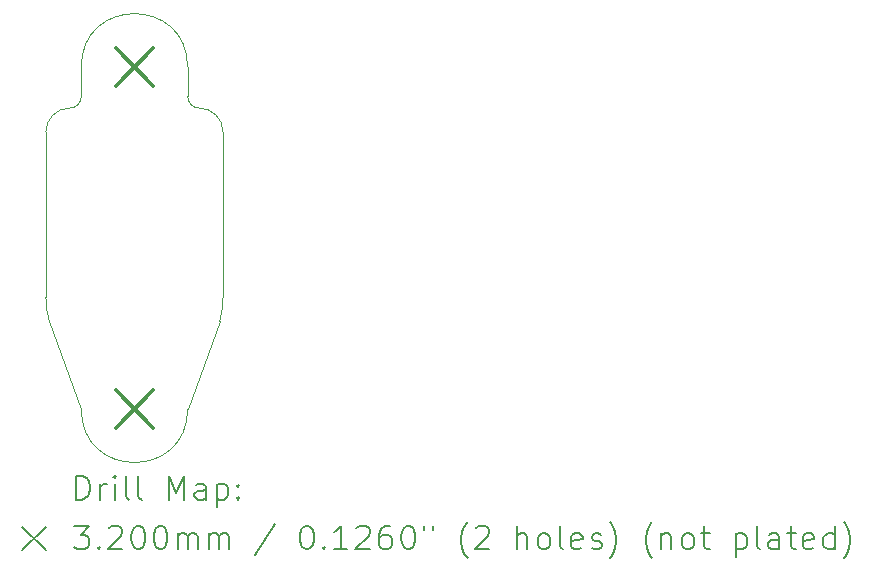
<source format=gbr>
%TF.GenerationSoftware,KiCad,Pcbnew,8.0.2*%
%TF.CreationDate,2025-01-25T00:55:08-07:00*%
%TF.ProjectId,sdm25mlxboard,73646d32-356d-46c7-9862-6f6172642e6b,1*%
%TF.SameCoordinates,Original*%
%TF.FileFunction,Drillmap*%
%TF.FilePolarity,Positive*%
%FSLAX45Y45*%
G04 Gerber Fmt 4.5, Leading zero omitted, Abs format (unit mm)*
G04 Created by KiCad (PCBNEW 8.0.2) date 2025-01-25 00:55:08*
%MOMM*%
%LPD*%
G01*
G04 APERTURE LIST*
%ADD10C,0.050000*%
%ADD11C,0.200000*%
%ADD12C,0.320000*%
G04 APERTURE END LIST*
D10*
X15600000Y-8650000D02*
G75*
G02*
X16500000Y-8650000I450000J0D01*
G01*
X15300000Y-10600000D02*
X15300000Y-9200000D01*
X16771143Y-10806041D02*
X16500000Y-11550000D01*
X16500000Y-8900000D02*
X16500000Y-8650000D01*
X16800000Y-10600000D02*
G75*
G02*
X16771143Y-10806041I-750000J0D01*
G01*
X16600000Y-9000000D02*
G75*
G02*
X16500000Y-8900000I0J100000D01*
G01*
X15328857Y-10806041D02*
X15600000Y-11550000D01*
X16500000Y-11550000D02*
G75*
G02*
X15600000Y-11550000I-450000J0D01*
G01*
X15600000Y-8650000D02*
X15600000Y-8900000D01*
X15600000Y-8900000D02*
G75*
G02*
X15500000Y-9000000I-100000J0D01*
G01*
X16800000Y-10600000D02*
X16800000Y-9200000D01*
X16600000Y-9000000D02*
G75*
G02*
X16800000Y-9200000I0J-200000D01*
G01*
X15328857Y-10806041D02*
G75*
G02*
X15300000Y-10600000I721143J206041D01*
G01*
X15300000Y-9200000D02*
G75*
G02*
X15500000Y-9000000I200000J0D01*
G01*
D11*
D12*
X15890000Y-8490000D02*
X16210000Y-8810000D01*
X16210000Y-8490000D02*
X15890000Y-8810000D01*
X15890000Y-11390000D02*
X16210000Y-11710000D01*
X16210000Y-11390000D02*
X15890000Y-11710000D01*
D11*
X15558277Y-12313984D02*
X15558277Y-12113984D01*
X15558277Y-12113984D02*
X15605896Y-12113984D01*
X15605896Y-12113984D02*
X15634467Y-12123508D01*
X15634467Y-12123508D02*
X15653515Y-12142555D01*
X15653515Y-12142555D02*
X15663039Y-12161603D01*
X15663039Y-12161603D02*
X15672562Y-12199698D01*
X15672562Y-12199698D02*
X15672562Y-12228269D01*
X15672562Y-12228269D02*
X15663039Y-12266365D01*
X15663039Y-12266365D02*
X15653515Y-12285412D01*
X15653515Y-12285412D02*
X15634467Y-12304460D01*
X15634467Y-12304460D02*
X15605896Y-12313984D01*
X15605896Y-12313984D02*
X15558277Y-12313984D01*
X15758277Y-12313984D02*
X15758277Y-12180650D01*
X15758277Y-12218746D02*
X15767801Y-12199698D01*
X15767801Y-12199698D02*
X15777324Y-12190174D01*
X15777324Y-12190174D02*
X15796372Y-12180650D01*
X15796372Y-12180650D02*
X15815420Y-12180650D01*
X15882086Y-12313984D02*
X15882086Y-12180650D01*
X15882086Y-12113984D02*
X15872562Y-12123508D01*
X15872562Y-12123508D02*
X15882086Y-12133031D01*
X15882086Y-12133031D02*
X15891610Y-12123508D01*
X15891610Y-12123508D02*
X15882086Y-12113984D01*
X15882086Y-12113984D02*
X15882086Y-12133031D01*
X16005896Y-12313984D02*
X15986848Y-12304460D01*
X15986848Y-12304460D02*
X15977324Y-12285412D01*
X15977324Y-12285412D02*
X15977324Y-12113984D01*
X16110658Y-12313984D02*
X16091610Y-12304460D01*
X16091610Y-12304460D02*
X16082086Y-12285412D01*
X16082086Y-12285412D02*
X16082086Y-12113984D01*
X16339229Y-12313984D02*
X16339229Y-12113984D01*
X16339229Y-12113984D02*
X16405896Y-12256841D01*
X16405896Y-12256841D02*
X16472562Y-12113984D01*
X16472562Y-12113984D02*
X16472562Y-12313984D01*
X16653515Y-12313984D02*
X16653515Y-12209222D01*
X16653515Y-12209222D02*
X16643991Y-12190174D01*
X16643991Y-12190174D02*
X16624943Y-12180650D01*
X16624943Y-12180650D02*
X16586848Y-12180650D01*
X16586848Y-12180650D02*
X16567801Y-12190174D01*
X16653515Y-12304460D02*
X16634467Y-12313984D01*
X16634467Y-12313984D02*
X16586848Y-12313984D01*
X16586848Y-12313984D02*
X16567801Y-12304460D01*
X16567801Y-12304460D02*
X16558277Y-12285412D01*
X16558277Y-12285412D02*
X16558277Y-12266365D01*
X16558277Y-12266365D02*
X16567801Y-12247317D01*
X16567801Y-12247317D02*
X16586848Y-12237793D01*
X16586848Y-12237793D02*
X16634467Y-12237793D01*
X16634467Y-12237793D02*
X16653515Y-12228269D01*
X16748753Y-12180650D02*
X16748753Y-12380650D01*
X16748753Y-12190174D02*
X16767801Y-12180650D01*
X16767801Y-12180650D02*
X16805896Y-12180650D01*
X16805896Y-12180650D02*
X16824944Y-12190174D01*
X16824944Y-12190174D02*
X16834467Y-12199698D01*
X16834467Y-12199698D02*
X16843991Y-12218746D01*
X16843991Y-12218746D02*
X16843991Y-12275888D01*
X16843991Y-12275888D02*
X16834467Y-12294936D01*
X16834467Y-12294936D02*
X16824944Y-12304460D01*
X16824944Y-12304460D02*
X16805896Y-12313984D01*
X16805896Y-12313984D02*
X16767801Y-12313984D01*
X16767801Y-12313984D02*
X16748753Y-12304460D01*
X16929705Y-12294936D02*
X16939229Y-12304460D01*
X16939229Y-12304460D02*
X16929705Y-12313984D01*
X16929705Y-12313984D02*
X16920182Y-12304460D01*
X16920182Y-12304460D02*
X16929705Y-12294936D01*
X16929705Y-12294936D02*
X16929705Y-12313984D01*
X16929705Y-12190174D02*
X16939229Y-12199698D01*
X16939229Y-12199698D02*
X16929705Y-12209222D01*
X16929705Y-12209222D02*
X16920182Y-12199698D01*
X16920182Y-12199698D02*
X16929705Y-12190174D01*
X16929705Y-12190174D02*
X16929705Y-12209222D01*
X15097500Y-12542500D02*
X15297500Y-12742500D01*
X15297500Y-12542500D02*
X15097500Y-12742500D01*
X15539229Y-12533984D02*
X15663039Y-12533984D01*
X15663039Y-12533984D02*
X15596372Y-12610174D01*
X15596372Y-12610174D02*
X15624943Y-12610174D01*
X15624943Y-12610174D02*
X15643991Y-12619698D01*
X15643991Y-12619698D02*
X15653515Y-12629222D01*
X15653515Y-12629222D02*
X15663039Y-12648269D01*
X15663039Y-12648269D02*
X15663039Y-12695888D01*
X15663039Y-12695888D02*
X15653515Y-12714936D01*
X15653515Y-12714936D02*
X15643991Y-12724460D01*
X15643991Y-12724460D02*
X15624943Y-12733984D01*
X15624943Y-12733984D02*
X15567801Y-12733984D01*
X15567801Y-12733984D02*
X15548753Y-12724460D01*
X15548753Y-12724460D02*
X15539229Y-12714936D01*
X15748753Y-12714936D02*
X15758277Y-12724460D01*
X15758277Y-12724460D02*
X15748753Y-12733984D01*
X15748753Y-12733984D02*
X15739229Y-12724460D01*
X15739229Y-12724460D02*
X15748753Y-12714936D01*
X15748753Y-12714936D02*
X15748753Y-12733984D01*
X15834467Y-12553031D02*
X15843991Y-12543508D01*
X15843991Y-12543508D02*
X15863039Y-12533984D01*
X15863039Y-12533984D02*
X15910658Y-12533984D01*
X15910658Y-12533984D02*
X15929705Y-12543508D01*
X15929705Y-12543508D02*
X15939229Y-12553031D01*
X15939229Y-12553031D02*
X15948753Y-12572079D01*
X15948753Y-12572079D02*
X15948753Y-12591127D01*
X15948753Y-12591127D02*
X15939229Y-12619698D01*
X15939229Y-12619698D02*
X15824943Y-12733984D01*
X15824943Y-12733984D02*
X15948753Y-12733984D01*
X16072562Y-12533984D02*
X16091610Y-12533984D01*
X16091610Y-12533984D02*
X16110658Y-12543508D01*
X16110658Y-12543508D02*
X16120182Y-12553031D01*
X16120182Y-12553031D02*
X16129705Y-12572079D01*
X16129705Y-12572079D02*
X16139229Y-12610174D01*
X16139229Y-12610174D02*
X16139229Y-12657793D01*
X16139229Y-12657793D02*
X16129705Y-12695888D01*
X16129705Y-12695888D02*
X16120182Y-12714936D01*
X16120182Y-12714936D02*
X16110658Y-12724460D01*
X16110658Y-12724460D02*
X16091610Y-12733984D01*
X16091610Y-12733984D02*
X16072562Y-12733984D01*
X16072562Y-12733984D02*
X16053515Y-12724460D01*
X16053515Y-12724460D02*
X16043991Y-12714936D01*
X16043991Y-12714936D02*
X16034467Y-12695888D01*
X16034467Y-12695888D02*
X16024943Y-12657793D01*
X16024943Y-12657793D02*
X16024943Y-12610174D01*
X16024943Y-12610174D02*
X16034467Y-12572079D01*
X16034467Y-12572079D02*
X16043991Y-12553031D01*
X16043991Y-12553031D02*
X16053515Y-12543508D01*
X16053515Y-12543508D02*
X16072562Y-12533984D01*
X16263039Y-12533984D02*
X16282086Y-12533984D01*
X16282086Y-12533984D02*
X16301134Y-12543508D01*
X16301134Y-12543508D02*
X16310658Y-12553031D01*
X16310658Y-12553031D02*
X16320182Y-12572079D01*
X16320182Y-12572079D02*
X16329705Y-12610174D01*
X16329705Y-12610174D02*
X16329705Y-12657793D01*
X16329705Y-12657793D02*
X16320182Y-12695888D01*
X16320182Y-12695888D02*
X16310658Y-12714936D01*
X16310658Y-12714936D02*
X16301134Y-12724460D01*
X16301134Y-12724460D02*
X16282086Y-12733984D01*
X16282086Y-12733984D02*
X16263039Y-12733984D01*
X16263039Y-12733984D02*
X16243991Y-12724460D01*
X16243991Y-12724460D02*
X16234467Y-12714936D01*
X16234467Y-12714936D02*
X16224943Y-12695888D01*
X16224943Y-12695888D02*
X16215420Y-12657793D01*
X16215420Y-12657793D02*
X16215420Y-12610174D01*
X16215420Y-12610174D02*
X16224943Y-12572079D01*
X16224943Y-12572079D02*
X16234467Y-12553031D01*
X16234467Y-12553031D02*
X16243991Y-12543508D01*
X16243991Y-12543508D02*
X16263039Y-12533984D01*
X16415420Y-12733984D02*
X16415420Y-12600650D01*
X16415420Y-12619698D02*
X16424943Y-12610174D01*
X16424943Y-12610174D02*
X16443991Y-12600650D01*
X16443991Y-12600650D02*
X16472563Y-12600650D01*
X16472563Y-12600650D02*
X16491610Y-12610174D01*
X16491610Y-12610174D02*
X16501134Y-12629222D01*
X16501134Y-12629222D02*
X16501134Y-12733984D01*
X16501134Y-12629222D02*
X16510658Y-12610174D01*
X16510658Y-12610174D02*
X16529705Y-12600650D01*
X16529705Y-12600650D02*
X16558277Y-12600650D01*
X16558277Y-12600650D02*
X16577324Y-12610174D01*
X16577324Y-12610174D02*
X16586848Y-12629222D01*
X16586848Y-12629222D02*
X16586848Y-12733984D01*
X16682086Y-12733984D02*
X16682086Y-12600650D01*
X16682086Y-12619698D02*
X16691610Y-12610174D01*
X16691610Y-12610174D02*
X16710658Y-12600650D01*
X16710658Y-12600650D02*
X16739229Y-12600650D01*
X16739229Y-12600650D02*
X16758277Y-12610174D01*
X16758277Y-12610174D02*
X16767801Y-12629222D01*
X16767801Y-12629222D02*
X16767801Y-12733984D01*
X16767801Y-12629222D02*
X16777325Y-12610174D01*
X16777325Y-12610174D02*
X16796372Y-12600650D01*
X16796372Y-12600650D02*
X16824944Y-12600650D01*
X16824944Y-12600650D02*
X16843991Y-12610174D01*
X16843991Y-12610174D02*
X16853515Y-12629222D01*
X16853515Y-12629222D02*
X16853515Y-12733984D01*
X17243991Y-12524460D02*
X17072563Y-12781603D01*
X17501134Y-12533984D02*
X17520182Y-12533984D01*
X17520182Y-12533984D02*
X17539229Y-12543508D01*
X17539229Y-12543508D02*
X17548753Y-12553031D01*
X17548753Y-12553031D02*
X17558277Y-12572079D01*
X17558277Y-12572079D02*
X17567801Y-12610174D01*
X17567801Y-12610174D02*
X17567801Y-12657793D01*
X17567801Y-12657793D02*
X17558277Y-12695888D01*
X17558277Y-12695888D02*
X17548753Y-12714936D01*
X17548753Y-12714936D02*
X17539229Y-12724460D01*
X17539229Y-12724460D02*
X17520182Y-12733984D01*
X17520182Y-12733984D02*
X17501134Y-12733984D01*
X17501134Y-12733984D02*
X17482087Y-12724460D01*
X17482087Y-12724460D02*
X17472563Y-12714936D01*
X17472563Y-12714936D02*
X17463039Y-12695888D01*
X17463039Y-12695888D02*
X17453515Y-12657793D01*
X17453515Y-12657793D02*
X17453515Y-12610174D01*
X17453515Y-12610174D02*
X17463039Y-12572079D01*
X17463039Y-12572079D02*
X17472563Y-12553031D01*
X17472563Y-12553031D02*
X17482087Y-12543508D01*
X17482087Y-12543508D02*
X17501134Y-12533984D01*
X17653515Y-12714936D02*
X17663039Y-12724460D01*
X17663039Y-12724460D02*
X17653515Y-12733984D01*
X17653515Y-12733984D02*
X17643991Y-12724460D01*
X17643991Y-12724460D02*
X17653515Y-12714936D01*
X17653515Y-12714936D02*
X17653515Y-12733984D01*
X17853515Y-12733984D02*
X17739229Y-12733984D01*
X17796372Y-12733984D02*
X17796372Y-12533984D01*
X17796372Y-12533984D02*
X17777325Y-12562555D01*
X17777325Y-12562555D02*
X17758277Y-12581603D01*
X17758277Y-12581603D02*
X17739229Y-12591127D01*
X17929706Y-12553031D02*
X17939229Y-12543508D01*
X17939229Y-12543508D02*
X17958277Y-12533984D01*
X17958277Y-12533984D02*
X18005896Y-12533984D01*
X18005896Y-12533984D02*
X18024944Y-12543508D01*
X18024944Y-12543508D02*
X18034468Y-12553031D01*
X18034468Y-12553031D02*
X18043991Y-12572079D01*
X18043991Y-12572079D02*
X18043991Y-12591127D01*
X18043991Y-12591127D02*
X18034468Y-12619698D01*
X18034468Y-12619698D02*
X17920182Y-12733984D01*
X17920182Y-12733984D02*
X18043991Y-12733984D01*
X18215420Y-12533984D02*
X18177325Y-12533984D01*
X18177325Y-12533984D02*
X18158277Y-12543508D01*
X18158277Y-12543508D02*
X18148753Y-12553031D01*
X18148753Y-12553031D02*
X18129706Y-12581603D01*
X18129706Y-12581603D02*
X18120182Y-12619698D01*
X18120182Y-12619698D02*
X18120182Y-12695888D01*
X18120182Y-12695888D02*
X18129706Y-12714936D01*
X18129706Y-12714936D02*
X18139229Y-12724460D01*
X18139229Y-12724460D02*
X18158277Y-12733984D01*
X18158277Y-12733984D02*
X18196372Y-12733984D01*
X18196372Y-12733984D02*
X18215420Y-12724460D01*
X18215420Y-12724460D02*
X18224944Y-12714936D01*
X18224944Y-12714936D02*
X18234468Y-12695888D01*
X18234468Y-12695888D02*
X18234468Y-12648269D01*
X18234468Y-12648269D02*
X18224944Y-12629222D01*
X18224944Y-12629222D02*
X18215420Y-12619698D01*
X18215420Y-12619698D02*
X18196372Y-12610174D01*
X18196372Y-12610174D02*
X18158277Y-12610174D01*
X18158277Y-12610174D02*
X18139229Y-12619698D01*
X18139229Y-12619698D02*
X18129706Y-12629222D01*
X18129706Y-12629222D02*
X18120182Y-12648269D01*
X18358277Y-12533984D02*
X18377325Y-12533984D01*
X18377325Y-12533984D02*
X18396372Y-12543508D01*
X18396372Y-12543508D02*
X18405896Y-12553031D01*
X18405896Y-12553031D02*
X18415420Y-12572079D01*
X18415420Y-12572079D02*
X18424944Y-12610174D01*
X18424944Y-12610174D02*
X18424944Y-12657793D01*
X18424944Y-12657793D02*
X18415420Y-12695888D01*
X18415420Y-12695888D02*
X18405896Y-12714936D01*
X18405896Y-12714936D02*
X18396372Y-12724460D01*
X18396372Y-12724460D02*
X18377325Y-12733984D01*
X18377325Y-12733984D02*
X18358277Y-12733984D01*
X18358277Y-12733984D02*
X18339229Y-12724460D01*
X18339229Y-12724460D02*
X18329706Y-12714936D01*
X18329706Y-12714936D02*
X18320182Y-12695888D01*
X18320182Y-12695888D02*
X18310658Y-12657793D01*
X18310658Y-12657793D02*
X18310658Y-12610174D01*
X18310658Y-12610174D02*
X18320182Y-12572079D01*
X18320182Y-12572079D02*
X18329706Y-12553031D01*
X18329706Y-12553031D02*
X18339229Y-12543508D01*
X18339229Y-12543508D02*
X18358277Y-12533984D01*
X18501134Y-12533984D02*
X18501134Y-12572079D01*
X18577325Y-12533984D02*
X18577325Y-12572079D01*
X18872563Y-12810174D02*
X18863039Y-12800650D01*
X18863039Y-12800650D02*
X18843991Y-12772079D01*
X18843991Y-12772079D02*
X18834468Y-12753031D01*
X18834468Y-12753031D02*
X18824944Y-12724460D01*
X18824944Y-12724460D02*
X18815420Y-12676841D01*
X18815420Y-12676841D02*
X18815420Y-12638746D01*
X18815420Y-12638746D02*
X18824944Y-12591127D01*
X18824944Y-12591127D02*
X18834468Y-12562555D01*
X18834468Y-12562555D02*
X18843991Y-12543508D01*
X18843991Y-12543508D02*
X18863039Y-12514936D01*
X18863039Y-12514936D02*
X18872563Y-12505412D01*
X18939230Y-12553031D02*
X18948753Y-12543508D01*
X18948753Y-12543508D02*
X18967801Y-12533984D01*
X18967801Y-12533984D02*
X19015420Y-12533984D01*
X19015420Y-12533984D02*
X19034468Y-12543508D01*
X19034468Y-12543508D02*
X19043991Y-12553031D01*
X19043991Y-12553031D02*
X19053515Y-12572079D01*
X19053515Y-12572079D02*
X19053515Y-12591127D01*
X19053515Y-12591127D02*
X19043991Y-12619698D01*
X19043991Y-12619698D02*
X18929706Y-12733984D01*
X18929706Y-12733984D02*
X19053515Y-12733984D01*
X19291611Y-12733984D02*
X19291611Y-12533984D01*
X19377325Y-12733984D02*
X19377325Y-12629222D01*
X19377325Y-12629222D02*
X19367801Y-12610174D01*
X19367801Y-12610174D02*
X19348753Y-12600650D01*
X19348753Y-12600650D02*
X19320182Y-12600650D01*
X19320182Y-12600650D02*
X19301134Y-12610174D01*
X19301134Y-12610174D02*
X19291611Y-12619698D01*
X19501134Y-12733984D02*
X19482087Y-12724460D01*
X19482087Y-12724460D02*
X19472563Y-12714936D01*
X19472563Y-12714936D02*
X19463039Y-12695888D01*
X19463039Y-12695888D02*
X19463039Y-12638746D01*
X19463039Y-12638746D02*
X19472563Y-12619698D01*
X19472563Y-12619698D02*
X19482087Y-12610174D01*
X19482087Y-12610174D02*
X19501134Y-12600650D01*
X19501134Y-12600650D02*
X19529706Y-12600650D01*
X19529706Y-12600650D02*
X19548753Y-12610174D01*
X19548753Y-12610174D02*
X19558277Y-12619698D01*
X19558277Y-12619698D02*
X19567801Y-12638746D01*
X19567801Y-12638746D02*
X19567801Y-12695888D01*
X19567801Y-12695888D02*
X19558277Y-12714936D01*
X19558277Y-12714936D02*
X19548753Y-12724460D01*
X19548753Y-12724460D02*
X19529706Y-12733984D01*
X19529706Y-12733984D02*
X19501134Y-12733984D01*
X19682087Y-12733984D02*
X19663039Y-12724460D01*
X19663039Y-12724460D02*
X19653515Y-12705412D01*
X19653515Y-12705412D02*
X19653515Y-12533984D01*
X19834468Y-12724460D02*
X19815420Y-12733984D01*
X19815420Y-12733984D02*
X19777325Y-12733984D01*
X19777325Y-12733984D02*
X19758277Y-12724460D01*
X19758277Y-12724460D02*
X19748753Y-12705412D01*
X19748753Y-12705412D02*
X19748753Y-12629222D01*
X19748753Y-12629222D02*
X19758277Y-12610174D01*
X19758277Y-12610174D02*
X19777325Y-12600650D01*
X19777325Y-12600650D02*
X19815420Y-12600650D01*
X19815420Y-12600650D02*
X19834468Y-12610174D01*
X19834468Y-12610174D02*
X19843992Y-12629222D01*
X19843992Y-12629222D02*
X19843992Y-12648269D01*
X19843992Y-12648269D02*
X19748753Y-12667317D01*
X19920182Y-12724460D02*
X19939230Y-12733984D01*
X19939230Y-12733984D02*
X19977325Y-12733984D01*
X19977325Y-12733984D02*
X19996373Y-12724460D01*
X19996373Y-12724460D02*
X20005896Y-12705412D01*
X20005896Y-12705412D02*
X20005896Y-12695888D01*
X20005896Y-12695888D02*
X19996373Y-12676841D01*
X19996373Y-12676841D02*
X19977325Y-12667317D01*
X19977325Y-12667317D02*
X19948753Y-12667317D01*
X19948753Y-12667317D02*
X19929706Y-12657793D01*
X19929706Y-12657793D02*
X19920182Y-12638746D01*
X19920182Y-12638746D02*
X19920182Y-12629222D01*
X19920182Y-12629222D02*
X19929706Y-12610174D01*
X19929706Y-12610174D02*
X19948753Y-12600650D01*
X19948753Y-12600650D02*
X19977325Y-12600650D01*
X19977325Y-12600650D02*
X19996373Y-12610174D01*
X20072563Y-12810174D02*
X20082087Y-12800650D01*
X20082087Y-12800650D02*
X20101134Y-12772079D01*
X20101134Y-12772079D02*
X20110658Y-12753031D01*
X20110658Y-12753031D02*
X20120182Y-12724460D01*
X20120182Y-12724460D02*
X20129706Y-12676841D01*
X20129706Y-12676841D02*
X20129706Y-12638746D01*
X20129706Y-12638746D02*
X20120182Y-12591127D01*
X20120182Y-12591127D02*
X20110658Y-12562555D01*
X20110658Y-12562555D02*
X20101134Y-12543508D01*
X20101134Y-12543508D02*
X20082087Y-12514936D01*
X20082087Y-12514936D02*
X20072563Y-12505412D01*
X20434468Y-12810174D02*
X20424944Y-12800650D01*
X20424944Y-12800650D02*
X20405896Y-12772079D01*
X20405896Y-12772079D02*
X20396373Y-12753031D01*
X20396373Y-12753031D02*
X20386849Y-12724460D01*
X20386849Y-12724460D02*
X20377325Y-12676841D01*
X20377325Y-12676841D02*
X20377325Y-12638746D01*
X20377325Y-12638746D02*
X20386849Y-12591127D01*
X20386849Y-12591127D02*
X20396373Y-12562555D01*
X20396373Y-12562555D02*
X20405896Y-12543508D01*
X20405896Y-12543508D02*
X20424944Y-12514936D01*
X20424944Y-12514936D02*
X20434468Y-12505412D01*
X20510658Y-12600650D02*
X20510658Y-12733984D01*
X20510658Y-12619698D02*
X20520182Y-12610174D01*
X20520182Y-12610174D02*
X20539230Y-12600650D01*
X20539230Y-12600650D02*
X20567801Y-12600650D01*
X20567801Y-12600650D02*
X20586849Y-12610174D01*
X20586849Y-12610174D02*
X20596373Y-12629222D01*
X20596373Y-12629222D02*
X20596373Y-12733984D01*
X20720182Y-12733984D02*
X20701134Y-12724460D01*
X20701134Y-12724460D02*
X20691611Y-12714936D01*
X20691611Y-12714936D02*
X20682087Y-12695888D01*
X20682087Y-12695888D02*
X20682087Y-12638746D01*
X20682087Y-12638746D02*
X20691611Y-12619698D01*
X20691611Y-12619698D02*
X20701134Y-12610174D01*
X20701134Y-12610174D02*
X20720182Y-12600650D01*
X20720182Y-12600650D02*
X20748754Y-12600650D01*
X20748754Y-12600650D02*
X20767801Y-12610174D01*
X20767801Y-12610174D02*
X20777325Y-12619698D01*
X20777325Y-12619698D02*
X20786849Y-12638746D01*
X20786849Y-12638746D02*
X20786849Y-12695888D01*
X20786849Y-12695888D02*
X20777325Y-12714936D01*
X20777325Y-12714936D02*
X20767801Y-12724460D01*
X20767801Y-12724460D02*
X20748754Y-12733984D01*
X20748754Y-12733984D02*
X20720182Y-12733984D01*
X20843992Y-12600650D02*
X20920182Y-12600650D01*
X20872563Y-12533984D02*
X20872563Y-12705412D01*
X20872563Y-12705412D02*
X20882087Y-12724460D01*
X20882087Y-12724460D02*
X20901134Y-12733984D01*
X20901134Y-12733984D02*
X20920182Y-12733984D01*
X21139230Y-12600650D02*
X21139230Y-12800650D01*
X21139230Y-12610174D02*
X21158277Y-12600650D01*
X21158277Y-12600650D02*
X21196373Y-12600650D01*
X21196373Y-12600650D02*
X21215420Y-12610174D01*
X21215420Y-12610174D02*
X21224944Y-12619698D01*
X21224944Y-12619698D02*
X21234468Y-12638746D01*
X21234468Y-12638746D02*
X21234468Y-12695888D01*
X21234468Y-12695888D02*
X21224944Y-12714936D01*
X21224944Y-12714936D02*
X21215420Y-12724460D01*
X21215420Y-12724460D02*
X21196373Y-12733984D01*
X21196373Y-12733984D02*
X21158277Y-12733984D01*
X21158277Y-12733984D02*
X21139230Y-12724460D01*
X21348754Y-12733984D02*
X21329706Y-12724460D01*
X21329706Y-12724460D02*
X21320182Y-12705412D01*
X21320182Y-12705412D02*
X21320182Y-12533984D01*
X21510658Y-12733984D02*
X21510658Y-12629222D01*
X21510658Y-12629222D02*
X21501135Y-12610174D01*
X21501135Y-12610174D02*
X21482087Y-12600650D01*
X21482087Y-12600650D02*
X21443992Y-12600650D01*
X21443992Y-12600650D02*
X21424944Y-12610174D01*
X21510658Y-12724460D02*
X21491611Y-12733984D01*
X21491611Y-12733984D02*
X21443992Y-12733984D01*
X21443992Y-12733984D02*
X21424944Y-12724460D01*
X21424944Y-12724460D02*
X21415420Y-12705412D01*
X21415420Y-12705412D02*
X21415420Y-12686365D01*
X21415420Y-12686365D02*
X21424944Y-12667317D01*
X21424944Y-12667317D02*
X21443992Y-12657793D01*
X21443992Y-12657793D02*
X21491611Y-12657793D01*
X21491611Y-12657793D02*
X21510658Y-12648269D01*
X21577325Y-12600650D02*
X21653515Y-12600650D01*
X21605896Y-12533984D02*
X21605896Y-12705412D01*
X21605896Y-12705412D02*
X21615420Y-12724460D01*
X21615420Y-12724460D02*
X21634468Y-12733984D01*
X21634468Y-12733984D02*
X21653515Y-12733984D01*
X21796373Y-12724460D02*
X21777325Y-12733984D01*
X21777325Y-12733984D02*
X21739230Y-12733984D01*
X21739230Y-12733984D02*
X21720182Y-12724460D01*
X21720182Y-12724460D02*
X21710658Y-12705412D01*
X21710658Y-12705412D02*
X21710658Y-12629222D01*
X21710658Y-12629222D02*
X21720182Y-12610174D01*
X21720182Y-12610174D02*
X21739230Y-12600650D01*
X21739230Y-12600650D02*
X21777325Y-12600650D01*
X21777325Y-12600650D02*
X21796373Y-12610174D01*
X21796373Y-12610174D02*
X21805896Y-12629222D01*
X21805896Y-12629222D02*
X21805896Y-12648269D01*
X21805896Y-12648269D02*
X21710658Y-12667317D01*
X21977325Y-12733984D02*
X21977325Y-12533984D01*
X21977325Y-12724460D02*
X21958277Y-12733984D01*
X21958277Y-12733984D02*
X21920182Y-12733984D01*
X21920182Y-12733984D02*
X21901135Y-12724460D01*
X21901135Y-12724460D02*
X21891611Y-12714936D01*
X21891611Y-12714936D02*
X21882087Y-12695888D01*
X21882087Y-12695888D02*
X21882087Y-12638746D01*
X21882087Y-12638746D02*
X21891611Y-12619698D01*
X21891611Y-12619698D02*
X21901135Y-12610174D01*
X21901135Y-12610174D02*
X21920182Y-12600650D01*
X21920182Y-12600650D02*
X21958277Y-12600650D01*
X21958277Y-12600650D02*
X21977325Y-12610174D01*
X22053516Y-12810174D02*
X22063039Y-12800650D01*
X22063039Y-12800650D02*
X22082087Y-12772079D01*
X22082087Y-12772079D02*
X22091611Y-12753031D01*
X22091611Y-12753031D02*
X22101135Y-12724460D01*
X22101135Y-12724460D02*
X22110658Y-12676841D01*
X22110658Y-12676841D02*
X22110658Y-12638746D01*
X22110658Y-12638746D02*
X22101135Y-12591127D01*
X22101135Y-12591127D02*
X22091611Y-12562555D01*
X22091611Y-12562555D02*
X22082087Y-12543508D01*
X22082087Y-12543508D02*
X22063039Y-12514936D01*
X22063039Y-12514936D02*
X22053516Y-12505412D01*
M02*

</source>
